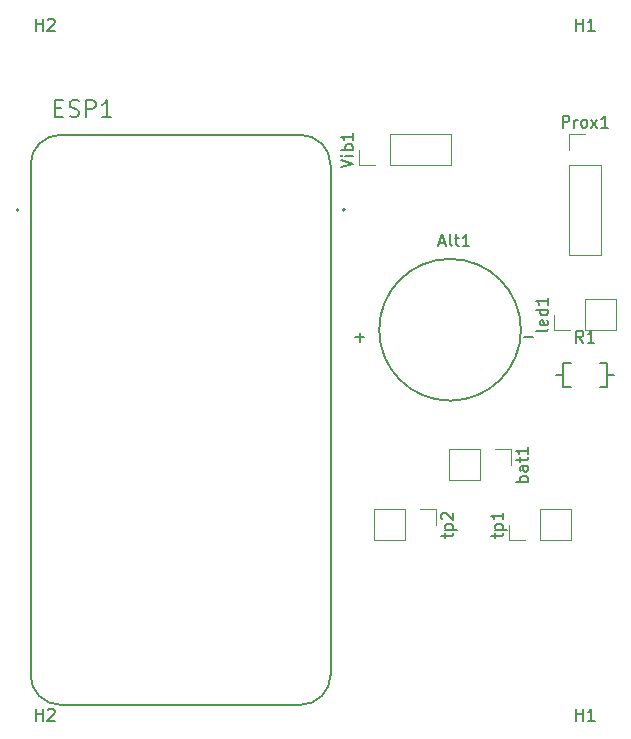
<source format=gbr>
%TF.GenerationSoftware,KiCad,Pcbnew,(5.1.12)-1*%
%TF.CreationDate,2021-12-20T17:02:30+01:00*%
%TF.ProjectId,PCB_Chair_tracker,5043425f-4368-4616-9972-5f747261636b,rev?*%
%TF.SameCoordinates,Original*%
%TF.FileFunction,Legend,Top*%
%TF.FilePolarity,Positive*%
%FSLAX46Y46*%
G04 Gerber Fmt 4.6, Leading zero omitted, Abs format (unit mm)*
G04 Created by KiCad (PCBNEW (5.1.12)-1) date 2021-12-20 17:02:30*
%MOMM*%
%LPD*%
G01*
G04 APERTURE LIST*
%ADD10C,0.120000*%
%ADD11C,0.127000*%
%ADD12C,0.200000*%
%ADD13C,0.150000*%
G04 APERTURE END LIST*
D10*
%TO.C,tp2*%
X149800000Y-96460000D02*
X149800000Y-99120000D01*
X152400000Y-96460000D02*
X149800000Y-96460000D01*
X152400000Y-99120000D02*
X149800000Y-99120000D01*
X152400000Y-96460000D02*
X152400000Y-99120000D01*
X153670000Y-96460000D02*
X155000000Y-96460000D01*
X155000000Y-96460000D02*
X155000000Y-97790000D01*
D11*
%TO.C,ESP1*%
X120690001Y-110490000D02*
X120690001Y-67310000D01*
X123230001Y-64770000D02*
X143550001Y-64770000D01*
X146090001Y-67310000D02*
X146090001Y-110490000D01*
X143550001Y-113030000D02*
X123230001Y-113030000D01*
D12*
X119680001Y-71120000D02*
G75*
G03*
X119680001Y-71120000I-100000J0D01*
G01*
X147300001Y-71120000D02*
G75*
G03*
X147300001Y-71120000I-100000J0D01*
G01*
D11*
X120690001Y-67310000D02*
G75*
G02*
X123230001Y-64770000I2540000J0D01*
G01*
X120690001Y-110490000D02*
G75*
G03*
X123230001Y-113030000I2540000J0D01*
G01*
X143550001Y-64770000D02*
G75*
G02*
X146090001Y-67310000I0J-2540000D01*
G01*
X146090001Y-110490000D02*
G75*
G02*
X143550001Y-113030000I-2540000J0D01*
G01*
D10*
%TO.C,Prox1*%
X166310000Y-74990000D02*
X168970000Y-74990000D01*
X166310000Y-67310000D02*
X166310000Y-74990000D01*
X168970000Y-67310000D02*
X168970000Y-74990000D01*
X166310000Y-67310000D02*
X168970000Y-67310000D01*
X166310000Y-66040000D02*
X166310000Y-64710000D01*
X166310000Y-64710000D02*
X167640000Y-64710000D01*
%TO.C,Vib1*%
X156270000Y-67370000D02*
X156270000Y-64710000D01*
X151130000Y-67370000D02*
X156270000Y-67370000D01*
X151130000Y-64710000D02*
X156270000Y-64710000D01*
X151130000Y-67370000D02*
X151130000Y-64710000D01*
X149860000Y-67370000D02*
X148530000Y-67370000D01*
X148530000Y-67370000D02*
X148530000Y-66040000D01*
%TO.C,bat1*%
X156150000Y-91380000D02*
X156150000Y-94040000D01*
X158750000Y-91380000D02*
X156150000Y-91380000D01*
X158750000Y-94040000D02*
X156150000Y-94040000D01*
X158750000Y-91380000D02*
X158750000Y-94040000D01*
X160020000Y-91380000D02*
X161350000Y-91380000D01*
X161350000Y-91380000D02*
X161350000Y-92710000D01*
%TO.C,tp1*%
X161230000Y-99120000D02*
X161230000Y-97790000D01*
X162560000Y-99120000D02*
X161230000Y-99120000D01*
X163830000Y-99120000D02*
X163830000Y-96460000D01*
X163830000Y-96460000D02*
X166430000Y-96460000D01*
X163830000Y-99120000D02*
X166430000Y-99120000D01*
X166430000Y-99120000D02*
X166430000Y-96460000D01*
%TO.C,led1*%
X165040000Y-81340000D02*
X165040000Y-80010000D01*
X166370000Y-81340000D02*
X165040000Y-81340000D01*
X167640000Y-81340000D02*
X167640000Y-78680000D01*
X167640000Y-78680000D02*
X170240000Y-78680000D01*
X167640000Y-81340000D02*
X170240000Y-81340000D01*
X170240000Y-81340000D02*
X170240000Y-78680000D01*
D11*
%TO.C,Alt1*%
X162210000Y-81280000D02*
G75*
G03*
X162210000Y-81280000I-6000000J0D01*
G01*
%TO.C,R1*%
X165170000Y-85090000D02*
X165790000Y-85090000D01*
X165790000Y-85090000D02*
X165790000Y-84090000D01*
X165790000Y-84090000D02*
X166410000Y-84090000D01*
X165790000Y-85090000D02*
X165790000Y-86090000D01*
X165790000Y-86090000D02*
X166410000Y-86090000D01*
X170110000Y-85090000D02*
X169490000Y-85090000D01*
X169490000Y-85090000D02*
X169490000Y-84090000D01*
X169490000Y-84090000D02*
X168870000Y-84090000D01*
X169490000Y-85090000D02*
X169490000Y-86090000D01*
X169490000Y-86090000D02*
X168870000Y-86090000D01*
%TO.C,H1*%
D13*
X166878095Y-114362380D02*
X166878095Y-113362380D01*
X166878095Y-113838571D02*
X167449523Y-113838571D01*
X167449523Y-114362380D02*
X167449523Y-113362380D01*
X168449523Y-114362380D02*
X167878095Y-114362380D01*
X168163809Y-114362380D02*
X168163809Y-113362380D01*
X168068571Y-113505238D01*
X167973333Y-113600476D01*
X167878095Y-113648095D01*
%TO.C,H2*%
X121158095Y-55942380D02*
X121158095Y-54942380D01*
X121158095Y-55418571D02*
X121729523Y-55418571D01*
X121729523Y-55942380D02*
X121729523Y-54942380D01*
X122158095Y-55037619D02*
X122205714Y-54990000D01*
X122300952Y-54942380D01*
X122539047Y-54942380D01*
X122634285Y-54990000D01*
X122681904Y-55037619D01*
X122729523Y-55132857D01*
X122729523Y-55228095D01*
X122681904Y-55370952D01*
X122110476Y-55942380D01*
X122729523Y-55942380D01*
%TO.C,tp2*%
X155785714Y-98909047D02*
X155785714Y-98528095D01*
X155452380Y-98766190D02*
X156309523Y-98766190D01*
X156404761Y-98718571D01*
X156452380Y-98623333D01*
X156452380Y-98528095D01*
X155785714Y-98194761D02*
X156785714Y-98194761D01*
X155833333Y-98194761D02*
X155785714Y-98099523D01*
X155785714Y-97909047D01*
X155833333Y-97813809D01*
X155880952Y-97766190D01*
X155976190Y-97718571D01*
X156261904Y-97718571D01*
X156357142Y-97766190D01*
X156404761Y-97813809D01*
X156452380Y-97909047D01*
X156452380Y-98099523D01*
X156404761Y-98194761D01*
X155547619Y-97337619D02*
X155500000Y-97290000D01*
X155452380Y-97194761D01*
X155452380Y-96956666D01*
X155500000Y-96861428D01*
X155547619Y-96813809D01*
X155642857Y-96766190D01*
X155738095Y-96766190D01*
X155880952Y-96813809D01*
X156452380Y-97385238D01*
X156452380Y-96766190D01*
%TO.C,ESP1*%
X122801667Y-62511000D02*
X123268334Y-62511000D01*
X123468334Y-63244333D02*
X122801667Y-63244333D01*
X122801667Y-61844333D01*
X123468334Y-61844333D01*
X124001667Y-63177666D02*
X124201667Y-63244333D01*
X124535001Y-63244333D01*
X124668334Y-63177666D01*
X124735001Y-63111000D01*
X124801667Y-62977666D01*
X124801667Y-62844333D01*
X124735001Y-62711000D01*
X124668334Y-62644333D01*
X124535001Y-62577666D01*
X124268334Y-62511000D01*
X124135001Y-62444333D01*
X124068334Y-62377666D01*
X124001667Y-62244333D01*
X124001667Y-62111000D01*
X124068334Y-61977666D01*
X124135001Y-61911000D01*
X124268334Y-61844333D01*
X124601667Y-61844333D01*
X124801667Y-61911000D01*
X125401667Y-63244333D02*
X125401667Y-61844333D01*
X125935001Y-61844333D01*
X126068334Y-61911000D01*
X126135001Y-61977666D01*
X126201667Y-62111000D01*
X126201667Y-62311000D01*
X126135001Y-62444333D01*
X126068334Y-62511000D01*
X125935001Y-62577666D01*
X125401667Y-62577666D01*
X127535001Y-63244333D02*
X126735001Y-63244333D01*
X127135001Y-63244333D02*
X127135001Y-61844333D01*
X127001667Y-62044333D01*
X126868334Y-62177666D01*
X126735001Y-62244333D01*
%TO.C,Prox1*%
X165735238Y-64162380D02*
X165735238Y-63162380D01*
X166116190Y-63162380D01*
X166211428Y-63210000D01*
X166259047Y-63257619D01*
X166306666Y-63352857D01*
X166306666Y-63495714D01*
X166259047Y-63590952D01*
X166211428Y-63638571D01*
X166116190Y-63686190D01*
X165735238Y-63686190D01*
X166735238Y-64162380D02*
X166735238Y-63495714D01*
X166735238Y-63686190D02*
X166782857Y-63590952D01*
X166830476Y-63543333D01*
X166925714Y-63495714D01*
X167020952Y-63495714D01*
X167497142Y-64162380D02*
X167401904Y-64114761D01*
X167354285Y-64067142D01*
X167306666Y-63971904D01*
X167306666Y-63686190D01*
X167354285Y-63590952D01*
X167401904Y-63543333D01*
X167497142Y-63495714D01*
X167640000Y-63495714D01*
X167735238Y-63543333D01*
X167782857Y-63590952D01*
X167830476Y-63686190D01*
X167830476Y-63971904D01*
X167782857Y-64067142D01*
X167735238Y-64114761D01*
X167640000Y-64162380D01*
X167497142Y-64162380D01*
X168163809Y-64162380D02*
X168687619Y-63495714D01*
X168163809Y-63495714D02*
X168687619Y-64162380D01*
X169592380Y-64162380D02*
X169020952Y-64162380D01*
X169306666Y-64162380D02*
X169306666Y-63162380D01*
X169211428Y-63305238D01*
X169116190Y-63400476D01*
X169020952Y-63448095D01*
%TO.C,Vib1*%
X146982380Y-67540000D02*
X147982380Y-67206666D01*
X146982380Y-66873333D01*
X147982380Y-66540000D02*
X147315714Y-66540000D01*
X146982380Y-66540000D02*
X147030000Y-66587619D01*
X147077619Y-66540000D01*
X147030000Y-66492380D01*
X146982380Y-66540000D01*
X147077619Y-66540000D01*
X147982380Y-66063809D02*
X146982380Y-66063809D01*
X147363333Y-66063809D02*
X147315714Y-65968571D01*
X147315714Y-65778095D01*
X147363333Y-65682857D01*
X147410952Y-65635238D01*
X147506190Y-65587619D01*
X147791904Y-65587619D01*
X147887142Y-65635238D01*
X147934761Y-65682857D01*
X147982380Y-65778095D01*
X147982380Y-65968571D01*
X147934761Y-66063809D01*
X147982380Y-64635238D02*
X147982380Y-65206666D01*
X147982380Y-64920952D02*
X146982380Y-64920952D01*
X147125238Y-65016190D01*
X147220476Y-65111428D01*
X147268095Y-65206666D01*
%TO.C,bat1*%
X162802380Y-94138571D02*
X161802380Y-94138571D01*
X162183333Y-94138571D02*
X162135714Y-94043333D01*
X162135714Y-93852857D01*
X162183333Y-93757619D01*
X162230952Y-93710000D01*
X162326190Y-93662380D01*
X162611904Y-93662380D01*
X162707142Y-93710000D01*
X162754761Y-93757619D01*
X162802380Y-93852857D01*
X162802380Y-94043333D01*
X162754761Y-94138571D01*
X162802380Y-92805238D02*
X162278571Y-92805238D01*
X162183333Y-92852857D01*
X162135714Y-92948095D01*
X162135714Y-93138571D01*
X162183333Y-93233809D01*
X162754761Y-92805238D02*
X162802380Y-92900476D01*
X162802380Y-93138571D01*
X162754761Y-93233809D01*
X162659523Y-93281428D01*
X162564285Y-93281428D01*
X162469047Y-93233809D01*
X162421428Y-93138571D01*
X162421428Y-92900476D01*
X162373809Y-92805238D01*
X162135714Y-92471904D02*
X162135714Y-92090952D01*
X161802380Y-92329047D02*
X162659523Y-92329047D01*
X162754761Y-92281428D01*
X162802380Y-92186190D01*
X162802380Y-92090952D01*
X162802380Y-91233809D02*
X162802380Y-91805238D01*
X162802380Y-91519523D02*
X161802380Y-91519523D01*
X161945238Y-91614761D01*
X162040476Y-91710000D01*
X162088095Y-91805238D01*
%TO.C,tp1*%
X160015714Y-98909047D02*
X160015714Y-98528095D01*
X159682380Y-98766190D02*
X160539523Y-98766190D01*
X160634761Y-98718571D01*
X160682380Y-98623333D01*
X160682380Y-98528095D01*
X160015714Y-98194761D02*
X161015714Y-98194761D01*
X160063333Y-98194761D02*
X160015714Y-98099523D01*
X160015714Y-97909047D01*
X160063333Y-97813809D01*
X160110952Y-97766190D01*
X160206190Y-97718571D01*
X160491904Y-97718571D01*
X160587142Y-97766190D01*
X160634761Y-97813809D01*
X160682380Y-97909047D01*
X160682380Y-98099523D01*
X160634761Y-98194761D01*
X160682380Y-96766190D02*
X160682380Y-97337619D01*
X160682380Y-97051904D02*
X159682380Y-97051904D01*
X159825238Y-97147142D01*
X159920476Y-97242380D01*
X159968095Y-97337619D01*
%TO.C,led1*%
X164492380Y-81248095D02*
X164444761Y-81343333D01*
X164349523Y-81390952D01*
X163492380Y-81390952D01*
X164444761Y-80486190D02*
X164492380Y-80581428D01*
X164492380Y-80771904D01*
X164444761Y-80867142D01*
X164349523Y-80914761D01*
X163968571Y-80914761D01*
X163873333Y-80867142D01*
X163825714Y-80771904D01*
X163825714Y-80581428D01*
X163873333Y-80486190D01*
X163968571Y-80438571D01*
X164063809Y-80438571D01*
X164159047Y-80914761D01*
X164492380Y-79581428D02*
X163492380Y-79581428D01*
X164444761Y-79581428D02*
X164492380Y-79676666D01*
X164492380Y-79867142D01*
X164444761Y-79962380D01*
X164397142Y-80010000D01*
X164301904Y-80057619D01*
X164016190Y-80057619D01*
X163920952Y-80010000D01*
X163873333Y-79962380D01*
X163825714Y-79867142D01*
X163825714Y-79676666D01*
X163873333Y-79581428D01*
X164492380Y-78581428D02*
X164492380Y-79152857D01*
X164492380Y-78867142D02*
X163492380Y-78867142D01*
X163635238Y-78962380D01*
X163730476Y-79057619D01*
X163778095Y-79152857D01*
%TO.C,Alt1*%
X155321911Y-73901766D02*
X155798743Y-73901766D01*
X155226545Y-74187864D02*
X155560327Y-73186518D01*
X155894109Y-74187864D01*
X156370940Y-74187864D02*
X156275574Y-74140181D01*
X156227891Y-74044815D01*
X156227891Y-73186518D01*
X156609356Y-73520300D02*
X156990821Y-73520300D01*
X156752406Y-73186518D02*
X156752406Y-74044815D01*
X156800089Y-74140181D01*
X156895455Y-74187864D01*
X156990821Y-74187864D01*
X157849118Y-74187864D02*
X157276920Y-74187864D01*
X157563019Y-74187864D02*
X157563019Y-73186518D01*
X157467653Y-73329568D01*
X157372286Y-73424934D01*
X157276920Y-73472617D01*
X148173015Y-81922713D02*
X148936444Y-81922713D01*
X148554730Y-82304427D02*
X148554730Y-81540999D01*
X162436130Y-81922437D02*
X163199229Y-81922437D01*
%TO.C,R1*%
X167472952Y-82361163D02*
X167138858Y-81883886D01*
X166900219Y-82361163D02*
X166900219Y-81358880D01*
X167282041Y-81358880D01*
X167377497Y-81406608D01*
X167425225Y-81454336D01*
X167472952Y-81549791D01*
X167472952Y-81692975D01*
X167425225Y-81788430D01*
X167377497Y-81836158D01*
X167282041Y-81883886D01*
X166900219Y-81883886D01*
X168427508Y-82361163D02*
X167854774Y-82361163D01*
X168141141Y-82361163D02*
X168141141Y-81358880D01*
X168045685Y-81502064D01*
X167950230Y-81597519D01*
X167854774Y-81645247D01*
%TO.C,H1*%
X166878095Y-55942380D02*
X166878095Y-54942380D01*
X166878095Y-55418571D02*
X167449523Y-55418571D01*
X167449523Y-55942380D02*
X167449523Y-54942380D01*
X168449523Y-55942380D02*
X167878095Y-55942380D01*
X168163809Y-55942380D02*
X168163809Y-54942380D01*
X168068571Y-55085238D01*
X167973333Y-55180476D01*
X167878095Y-55228095D01*
%TO.C,H2*%
X121158095Y-114362380D02*
X121158095Y-113362380D01*
X121158095Y-113838571D02*
X121729523Y-113838571D01*
X121729523Y-114362380D02*
X121729523Y-113362380D01*
X122158095Y-113457619D02*
X122205714Y-113410000D01*
X122300952Y-113362380D01*
X122539047Y-113362380D01*
X122634285Y-113410000D01*
X122681904Y-113457619D01*
X122729523Y-113552857D01*
X122729523Y-113648095D01*
X122681904Y-113790952D01*
X122110476Y-114362380D01*
X122729523Y-114362380D01*
%TD*%
M02*

</source>
